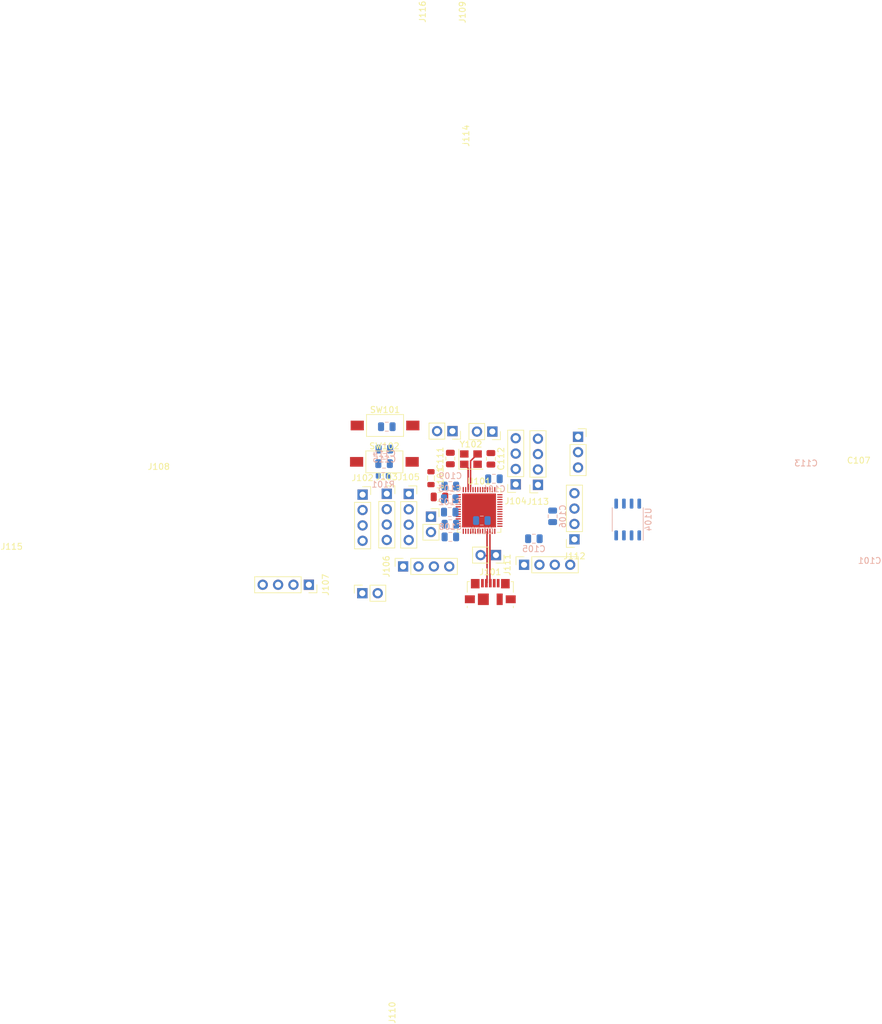
<source format=kicad_pcb>
(kicad_pcb (version 20221018) (generator pcbnew)
  (layers (0 "F.Cu" signal) (31 "B.Cu" signal) (34 "B.Paste" user) (35 "F.Paste" user) (36 "B.SilkS" user "B.Silkscreen") (37 "F.SilkS" user "F.Silkscreen") (38 "B.Mask" user) (39 "F.Mask" user) (44 "Edge.Cuts" user))
  (net 0 "")
  (net 1 "+3V3")
  (net 2 "GND")
  (net 3 "/VDD_SPI")
  (net 4 "VDD3P3")
  (net 5 "/X1")
  (net 6 "/X2")
  (net 7 "/GPIO_0")
  (net 8 "/CHIP_PU")
  (net 10 "Net-(J101-D-)")
  (net 11 "Net-(J101-D+)")
  (net 13 "Net-(J102-Pin_1)")
  (net 14 "Net-(J102-Pin_2)")
  (net 15 "Net-(J102-Pin_3)")
  (net 16 "Net-(J102-Pin_4)")
  (net 17 "Net-(J103-Pin_2)")
  (net 18 "Net-(J103-Pin_3)")
  (net 19 "Net-(J103-Pin_4)")
  (net 20 "Net-(J104-Pin_1)")
  (net 21 "Net-(J104-Pin_2)")
  (net 22 "Net-(J104-Pin_3)")
  (net 23 "Net-(J104-Pin_4)")
  (net 24 "Net-(J105-Pin_1)")
  (net 25 "Net-(J105-Pin_2)")
  (net 26 "Net-(J105-Pin_3)")
  (net 27 "Net-(J105-Pin_4)")
  (net 28 "Net-(J106-Pin_1)")
  (net 29 "Net-(J106-Pin_2)")
  (net 30 "Net-(J106-Pin_3)")
  (net 31 "Net-(J106-Pin_4)")
  (net 32 "Net-(J107-Pin_1)")
  (net 33 "Net-(J107-Pin_2)")
  (net 34 "Net-(J107-Pin_3)")
  (net 35 "Net-(J107-Pin_4)")
  (net 36 "Net-(J108-Pin_1)")
  (net 37 "Net-(J108-Pin_2)")
  (net 38 "Net-(J108-Pin_3)")
  (net 39 "Net-(J109-Pin_1)")
  (net 40 "Net-(J109-Pin_2)")
  (net 41 "Net-(J110-Pin_1)")
  (net 42 "Net-(J110-Pin_2)")
  (net 43 "Net-(J111-Pin_1)")
  (net 44 "/HOLD")
  (net 45 "/WP")
  (net 46 "/CS")
  (net 47 "/SCK")
  (net 48 "/SPIQ")
  (net 49 "/SPID")
  (net 50 "Net-(J112-Pin_4)")
  (net 51 "Net-(J113-Pin_1)")
  (net 52 "Net-(J113-Pin_2)")
  (net 53 "Net-(J113-Pin_3)")
  (net 54 "Net-(J113-Pin_4)")
  (net 55 "Net-(J115-Pin_1)")
  (net 56 "/3V3")
  (footprint "Connector_PinSocket_2.54mm:PinSocket_1x04_P2.54mm_Vertical" (layer "F.Cu") (at 140.7 106.9 180)
    (fp_text reference "J112" (at 0 -2.77) (layer "F.SilkS"))
    (fp_text value "Conn_01x04")
    (fp_line (start -1.33 1.27) (end -1.33 8.95) (stroke (width 0.12)) (layer "F.SilkS"))
    (fp_line (start -1.33 1.27) (end 1.33 1.27) (stroke (width 0.12)) (layer "F.SilkS"))
    (fp_line (start -1.33 8.95) (end 1.33 8.95) (stroke (width 0.12)) (layer "F.SilkS"))
    (fp_line (start 0 -1.33) (end 1.33 -1.33) (stroke (width 0.12)) (layer "F.SilkS"))
    (fp_line (start 1.33 -1.33) (end 1.33 0) (stroke (width 0.12)) (layer "F.SilkS"))
    (fp_line (start 1.33 1.27) (end 1.33 8.95) (stroke (width 0.12)) (layer "F.SilkS"))
    (pad "1" thru_hole rect (at 0 0 180) (size 1.7 1.7) (drill 1) (layers "*.Cu" "*.Mask") (net 47 "/SCK"))
    (pad "2" thru_hole oval (at 0 2.54 180) (size 1.7 1.7) (drill 1) (layers "*.Cu" "*.Mask") (net 48 "/SPIQ"))
    (pad "3" thru_hole oval (at 0 5.08 180) (size 1.7 1.7) (drill 1) (layers "*.Cu" "*.Mask") (net 49 "/SPID"))
    (pad "4" thru_hole oval (at 0 7.62 180) (size 1.7 1.7) (drill 1) (layers "*.Cu" "*.Mask") (net 50 "Net-(J112-Pin_4)"))
  )
  (footprint "Connector_PinSocket_2.54mm:PinSocket_1x04_P2.54mm_Vertical" (layer "F.Cu") (at 134.675 97.9 180)
    (fp_text reference "J113" (at 0 -2.77) (layer "F.SilkS"))
    (fp_text value "Conn_01x04")
    (fp_line (start -1.33 1.27) (end -1.33 8.95) (stroke (width 0.12)) (layer "F.SilkS"))
    (fp_line (start -1.33 1.27) (end 1.33 1.27) (stroke (width 0.12)) (layer "F.SilkS"))
    (fp_line (start -1.33 8.95) (end 1.33 8.95) (stroke (width 0.12)) (layer "F.SilkS"))
    (fp_line (start 0 -1.33) (end 1.33 -1.33) (stroke (width 0.12)) (layer "F.SilkS"))
    (fp_line (start 1.33 -1.33) (end 1.33 0) (stroke (width 0.12)) (layer "F.SilkS"))
    (fp_line (start 1.33 1.27) (end 1.33 8.95) (stroke (width 0.12)) (layer "F.SilkS"))
    (pad "1" thru_hole rect (at 0 0 180) (size 1.7 1.7) (drill 1) (layers "*.Cu" "*.Mask") (net 51 "Net-(J113-Pin_1)"))
    (pad "2" thru_hole oval (at 0 2.54 180) (size 1.7 1.7) (drill 1) (layers "*.Cu" "*.Mask") (net 52 "Net-(J113-Pin_2)"))
    (pad "3" thru_hole oval (at 0 5.08 180) (size 1.7 1.7) (drill 1) (layers "*.Cu" "*.Mask") (net 53 "Net-(J113-Pin_3)"))
    (pad "4" thru_hole oval (at 0 7.62 180) (size 1.7 1.7) (drill 1) (layers "*.Cu" "*.Mask") (net 54 "Net-(J113-Pin_4)"))
  )
  (footprint "Connector_PinSocket_2.54mm:PinSocket_1x04_P2.54mm_Vertical" (layer "F.Cu") (at 131 97.82 180)
    (fp_text reference "J104" (at 0 -2.77) (layer "F.SilkS"))
    (fp_text value "Conn_01x04")
    (fp_line (start -1.33 1.27) (end -1.33 8.95) (stroke (width 0.12)) (layer "F.SilkS"))
    (fp_line (start -1.33 1.27) (end 1.33 1.27) (stroke (width 0.12)) (layer "F.SilkS"))
    (fp_line (start -1.33 8.95) (end 1.33 8.95) (stroke (width 0.12)) (layer "F.SilkS"))
    (fp_line (start 0 -1.33) (end 1.33 -1.33) (stroke (width 0.12)) (layer "F.SilkS"))
    (fp_line (start 1.33 -1.33) (end 1.33 0) (stroke (width 0.12)) (layer "F.SilkS"))
    (fp_line (start 1.33 1.27) (end 1.33 8.95) (stroke (width 0.12)) (layer "F.SilkS"))
    (pad "1" thru_hole rect (at 0 0 180) (size 1.7 1.7) (drill 1) (layers "*.Cu" "*.Mask") (net 20 "Net-(J104-Pin_1)"))
    (pad "2" thru_hole oval (at 0 2.54 180) (size 1.7 1.7) (drill 1) (layers "*.Cu" "*.Mask") (net 21 "Net-(J104-Pin_2)"))
    (pad "3" thru_hole oval (at 0 5.08 180) (size 1.7 1.7) (drill 1) (layers "*.Cu" "*.Mask") (net 22 "Net-(J104-Pin_3)"))
    (pad "4" thru_hole oval (at 0 7.62 180) (size 1.7 1.7) (drill 1) (layers "*.Cu" "*.Mask") (net 23 "Net-(J104-Pin_4)"))
  )
  (footprint "Inductor_SMD:L_0805_2012Metric" (layer "F.Cu") (at 117 96.8 -90)
    (fp_text reference "L101" (at 0 -1.55 90) (layer "F.SilkS"))
    (fp_text value "L")
    (fp_line (start -0.399622 -0.56) (end 0.399622 -0.56) (stroke (width 0.12)) (layer "F.SilkS"))
    (fp_line (start -0.399622 0.56) (end 0.399622 0.56) (stroke (width 0.12)) (layer "F.SilkS"))
    (pad "1" smd roundrect (at -1.0625 0 270) (size 0.875 1.2) (layers "F.Cu" "F.Paste" "F.Mask") (net 1 "+3V3"))
    (pad "2" smd roundrect (at 1.0625 0 270) (size 0.875 1.2) (layers "F.Cu" "F.Paste" "F.Mask") (net 4 "VDD3P3"))
  )
  (footprint "Connector_PinSocket_2.54mm:PinSocket_1x02_P2.54mm_Vertical" (layer "F.Cu") (at 127.14 89.1 -90)
    (fp_text reference "J109" (at -69.27 4.94 90) (layer "F.SilkS"))
    (fp_text value "Conn_01x02")
    (fp_line (start -1.33 1.27) (end -1.33 3.87) (stroke (width 0.12)) (layer "F.SilkS"))
    (fp_line (start -1.33 1.27) (end 1.33 1.27) (stroke (width 0.12)) (layer "F.SilkS"))
    (fp_line (start -1.33 3.87) (end 1.33 3.87) (stroke (width 0.12)) (layer "F.SilkS"))
    (fp_line (start 0 -1.33) (end 1.33 -1.33) (stroke (width 0.12)) (layer "F.SilkS"))
    (fp_line (start 1.33 -1.33) (end 1.33 0) (stroke (width 0.12)) (layer "F.SilkS"))
    (fp_line (start 1.33 1.27) (end 1.33 3.87) (stroke (width 0.12)) (layer "F.SilkS"))
    (pad "1" thru_hole rect (at 0 0 270) (size 1.7 1.7) (drill 1) (layers "*.Cu" "*.Mask") (net 39 "Net-(J109-Pin_1)"))
    (pad "2" thru_hole oval (at 0 2.54 270) (size 1.7 1.7) (drill 1) (layers "*.Cu" "*.Mask") (net 40 "Net-(J109-Pin_2)"))
  )
  (footprint "Connector_USB:USB_Micro-B_Molex_47346-0001" (layer "F.Cu") (at 126.8 115.6)
    (fp_text reference "J101" (at 0 -3.3 180) (layer "F.SilkS"))
    (fp_text value "USB_B_Micro")
    (fp_line (start -3.81 -1.71) (end -3.43 -1.71) (stroke (width 0.12)) (layer "F.SilkS"))
    (fp_line (start -3.81 0.06) (end -3.81 -1.71) (stroke (width 0.12)) (layer "F.SilkS"))
    (fp_line (start -3.81 2.6) (end -3.81 2.34) (stroke (width 0.12)) (layer "F.SilkS"))
    (fp_line (start 3.81 -1.71) (end 3.43 -1.71) (stroke (width 0.12)) (layer "F.SilkS"))
    (fp_line (start 3.81 -1.71) (end 3.81 0.06) (stroke (width 0.12)) (layer "F.SilkS"))
    (fp_line (start 3.81 2.34) (end 3.81 2.6) (stroke (width 0.12)) (layer "F.SilkS"))
    (pad "1" smd rect (at -1.3 -1.46) (size 0.45 1.38) (layers "F.Cu" "F.Paste" "F.Mask"))
    (pad "2" smd rect (at -0.65 -1.46) (size 0.45 1.38) (layers "F.Cu" "F.Paste" "F.Mask") (net 10 "Net-(J101-D-)"))
    (pad "3" smd rect (at 0 -1.46) (size 0.45 1.38) (layers "F.Cu" "F.Paste" "F.Mask") (net 11 "Net-(J101-D+)"))
    (pad "4" smd rect (at 0.65 -1.46) (size 0.45 1.38) (layers "F.Cu" "F.Paste" "F.Mask"))
    (pad "5" smd rect (at 1.3 -1.46) (size 0.45 1.38) (layers "F.Cu" "F.Paste" "F.Mask") (net 2 "GND"))
    (pad "6" smd rect (at -3.375 1.2) (size 1.65 1.3) (layers "F.Cu" "F.Paste" "F.Mask") (net 2 "GND"))
    (pad "6" smd rect (at -2.4875 -1.375) (size 1.425 1.55) (layers "F.Cu" "F.Paste" "F.Mask") (net 2 "GND"))
    (pad "6" smd rect (at -1.15 1.2) (size 1.8 1.9) (layers "F.Cu" "F.Paste" "F.Mask") (net 2 "GND"))
    (pad "6" smd rect (at 1.55 1.2) (size 1 1.9) (layers "F.Cu" "F.Paste" "F.Mask") (net 2 "GND"))
    (pad "6" smd rect (at 2.4875 -1.375) (size 1.425 1.55) (layers "F.Cu" "F.Paste" "F.Mask") (net 2 "GND"))
    (pad "6" smd rect (at 3.375 1.2) (size 1.65 1.3) (layers "F.Cu" "F.Paste" "F.Mask") (net 2 "GND"))
  )
  (footprint "Connector_PinSocket_2.54mm:PinSocket_1x04_P2.54mm_Vertical" (layer "F.Cu") (at 109.7 99.38)
    (fp_text reference "J103" (at 0 -2.77) (layer "F.SilkS"))
    (fp_text value "Conn_01x04")
    (fp_line (start -1.33 1.27) (end -1.33 8.95) (stroke (width 0.12)) (layer "F.SilkS"))
    (fp_line (start -1.33 1.27) (end 1.33 1.27) (stroke (width 0.12)) (layer "F.SilkS"))
    (fp_line (start -1.33 8.95) (end 1.33 8.95) (stroke (width 0.12)) (layer "F.SilkS"))
    (fp_line (start 0 -1.33) (end 1.33 -1.33) (stroke (width 0.12)) (layer "F.SilkS"))
    (fp_line (start 1.33 -1.33) (end 1.33 0) (stroke (width 0.12)) (layer "F.SilkS"))
    (fp_line (start 1.33 1.27) (end 1.33 8.95) (stroke (width 0.12)) (layer "F.SilkS"))
    (pad "1" thru_hole rect (at 0 0) (size 1.7 1.7) (drill 1) (layers "*.Cu" "*.Mask") (net 7 "/GPIO_0"))
    (pad "2" thru_hole oval (at 0 2.54) (size 1.7 1.7) (drill 1) (layers "*.Cu" "*.Mask") (net 17 "Net-(J103-Pin_2)"))
    (pad "3" thru_hole oval (at 0 5.08) (size 1.7 1.7) (drill 1) (layers "*.Cu" "*.Mask") (net 18 "Net-(J103-Pin_3)"))
    (pad "4" thru_hole oval (at 0 7.62) (size 1.7 1.7) (drill 1) (layers "*.Cu" "*.Mask") (net 19 "Net-(J103-Pin_4)"))
  )
  (footprint "Button_Switch_SMD:SW_SPST_FSMSM" (layer "F.Cu") (at 109.41 88.1)
    (fp_text reference "SW101" (at 0 -2.6) (layer "F.SilkS"))
    (fp_text value "SW_Push")
    (fp_line (start -3.06 -1.81) (end 3.06 -1.81) (stroke (width 0.12)) (layer "F.SilkS"))
    (fp_line (start -3.06 1.81) (end -3.06 -1.81) (stroke (width 0.12)) (layer "F.SilkS"))
    (fp_line (start 3.06 -1.81) (end 3.06 1.81) (stroke (width 0.12)) (layer "F.SilkS"))
    (fp_line (start 3.06 1.81) (end -3.06 1.81) (stroke (width 0.12)) (layer "F.SilkS"))
    (pad "1" smd rect (at -4.59 0) (size 2.18 1.6) (layers "F.Cu" "F.Paste" "F.Mask") (net 2 "GND"))
    (pad "2" smd rect (at 4.59 0) (size 2.18 1.6) (layers "F.Cu" "F.Paste" "F.Mask") (net 7 "/GPIO_0"))
  )
  (footprint "Connector_PinSocket_2.54mm:PinSocket_1x03_P2.54mm_Vertical" (layer "F.Cu") (at 141.3 89.96)
    (fp_text reference "J108" (at -69.27 4.94) (layer "F.SilkS"))
    (fp_text value "Conn_01x03")
    (fp_line (start -1.33 1.27) (end -1.33 6.41) (stroke (width 0.12)) (layer "F.SilkS"))
    (fp_line (start -1.33 1.27) (end 1.33 1.27) (stroke (width 0.12)) (layer "F.SilkS"))
    (fp_line (start -1.33 6.41) (end 1.33 6.41) (stroke (width 0.12)) (layer "F.SilkS"))
    (fp_line (start 0 -1.33) (end 1.33 -1.33) (stroke (width 0.12)) (layer "F.SilkS"))
    (fp_line (start 1.33 -1.33) (end 1.33 0) (stroke (width 0.12)) (layer "F.SilkS"))
    (fp_line (start 1.33 1.27) (end 1.33 6.41) (stroke (width 0.12)) (layer "F.SilkS"))
    (pad "1" thru_hole rect (at 0 0) (size 1.7 1.7) (drill 1) (layers "*.Cu" "*.Mask") (net 36 "Net-(J108-Pin_1)"))
    (pad "2" thru_hole oval (at 0 2.54) (size 1.7 1.7) (drill 1) (layers "*.Cu" "*.Mask") (net 37 "Net-(J108-Pin_2)"))
    (pad "3" thru_hole oval (at 0 5.08) (size 1.7 1.7) (drill 1) (layers "*.Cu" "*.Mask") (net 38 "Net-(J108-Pin_3)"))
  )
  (footprint "Capacitor_SMD:C_0805_2012Metric" (layer "F.Cu") (at 118.4 99.9 180)
    (fp_text reference "C107" (at -69.27 6.03) (layer "F.SilkS"))
    (fp_text value "0.1uF")
    (fp_line (start -0.261252 -0.735) (end 0.261252 -0.735) (stroke (width 0.12)) (layer "F.SilkS"))
    (fp_line (start -0.261252 0.735) (end 0.261252 0.735) (stroke (width 0.12)) (layer "F.SilkS"))
    (pad "1" smd roundrect (at -0.95 0 180) (size 1 1.45) (layers "F.Cu" "F.Paste" "F.Mask") (net 4 "VDD3P3"))
    (pad "2" smd roundrect (at 0.95 0 180) (size 1 1.45) (layers "F.Cu" "F.Paste" "F.Mask") (net 2 "GND"))
  )
  (footprint "Connector_PinSocket_2.54mm:PinSocket_1x04_P2.54mm_Vertical" (layer "F.Cu") (at 113.325 99.4)
    (fp_text reference "J105" (at 0 -2.77) (layer "F.SilkS"))
    (fp_text value "Conn_01x04")
    (fp_line (start -1.33 1.27) (end -1.33 8.95) (stroke (width 0.12)) (layer "F.SilkS"))
    (fp_line (start -1.33 1.27) (end 1.33 1.27) (stroke (width 0.12)) (layer "F.SilkS"))
    (fp_line (start -1.33 8.95) (end 1.33 8.95) (stroke (width 0.12)) (layer "F.SilkS"))
    (fp_line (start 0 -1.33) (end 1.33 -1.33) (stroke (width 0.12)) (layer "F.SilkS"))
    (fp_line (start 1.33 -1.33) (end 1.33 0) (stroke (width 0.12)) (layer "F.SilkS"))
    (fp_line (start 1.33 1.27) (end 1.33 8.95) (stroke (width 0.12)) (layer "F.SilkS"))
    (pad "1" thru_hole rect (at 0 0) (size 1.7 1.7) (drill 1) (layers "*.Cu" "*.Mask") (net 24 "Net-(J105-Pin_1)"))
    (pad "2" thru_hole oval (at 0 2.54) (size 1.7 1.7) (drill 1) (layers "*.Cu" "*.Mask") (net 25 "Net-(J105-Pin_2)"))
    (pad "3" thru_hole oval (at 0 5.08) (size 1.7 1.7) (drill 1) (layers "*.Cu" "*.Mask") (net 26 "Net-(J105-Pin_3)"))
    (pad "4" thru_hole oval (at 0 7.62) (size 1.7 1.7) (drill 1) (layers "*.Cu" "*.Mask") (net 27 "Net-(J105-Pin_4)"))
  )
  (footprint "Button_Switch_SMD:SW_SPST_FSMSM" (layer "F.Cu") (at 109.3 94.1)
    (fp_text reference "SW102" (at 0 -2.6) (layer "F.SilkS"))
    (fp_text value "SW_Push")
    (fp_line (start -3.06 -1.81) (end 3.06 -1.81) (stroke (width 0.12)) (layer "F.SilkS"))
    (fp_line (start -3.06 1.81) (end -3.06 -1.81) (stroke (width 0.12)) (layer "F.SilkS"))
    (fp_line (start 3.06 -1.81) (end 3.06 1.81) (stroke (width 0.12)) (layer "F.SilkS"))
    (fp_line (start 3.06 1.81) (end -3.06 1.81) (stroke (width 0.12)) (layer "F.SilkS"))
    (pad "1" smd rect (at -4.59 0) (size 2.18 1.6) (layers "F.Cu" "F.Paste" "F.Mask") (net 2 "GND"))
    (pad "2" smd rect (at 4.59 0) (size 2.18 1.6) (layers "F.Cu" "F.Paste" "F.Mask") (net 8 "/CHIP_PU"))
  )
  (footprint "Connector_PinSocket_2.54mm:PinSocket_1x02_P2.54mm_Vertical" (layer "F.Cu") (at 120.55 89.025 -90)
    (fp_text reference "J116" (at -69.27 4.94 90) (layer "F.SilkS"))
    (fp_text value "Conn_01x02")
    (fp_line (start -1.33 1.27) (end -1.33 3.87) (stroke (width 0.12)) (layer "F.SilkS"))
    (fp_line (start -1.33 1.27) (end 1.33 1.27) (stroke (width 0.12)) (layer "F.SilkS"))
    (fp_line (start -1.33 3.87) (end 1.33 3.87) (stroke (width 0.12)) (layer "F.SilkS"))
    (fp_line (start 0 -1.33) (end 1.33 -1.33) (stroke (width 0.12)) (layer "F.SilkS"))
    (fp_line (start 1.33 -1.33) (end 1.33 0) (stroke (width 0.12)) (layer "F.SilkS"))
    (fp_line (start 1.33 1.27) (end 1.33 3.87) (stroke (width 0.12)) (layer "F.SilkS"))
    (pad "1" thru_hole rect (at 0 0 270) (size 1.7 1.7) (drill 1) (layers "*.Cu" "*.Mask") (net 2 "GND"))
    (pad "2" thru_hole oval (at 0 2.54 270) (size 1.7 1.7) (drill 1) (layers "*.Cu" "*.Mask") (net 1 "+3V3"))
  )
  (footprint "Connector_PinSocket_2.54mm:PinSocket_1x02_P2.54mm_Vertical" (layer "F.Cu") (at 117 103.16)
    (fp_text reference "J115" (at -69.27 4.94) (layer "F.SilkS"))
    (fp_text value "Conn_01x02")
    (fp_line (start -1.33 1.27) (end -1.33 3.87) (stroke (width 0.12)) (layer "F.SilkS"))
    (fp_line (start -1.33 1.27) (end 1.33 1.27) (stroke (width 0.12)) (layer "F.SilkS"))
    (fp_line (start -1.33 3.87) (end 1.33 3.87) (stroke (width 0.12)) (layer "F.SilkS"))
    (fp_line (start 0 -1.33) (end 1.33 -1.33) (stroke (width 0.12)) (layer "F.SilkS"))
    (fp_line (start 1.33 -1.33) (end 1.33 0) (stroke (width 0.12)) (layer "F.SilkS"))
    (fp_line (start 1.33 1.27) (end 1.33 3.87) (stroke (width 0.12)) (layer "F.SilkS"))
    (pad "1" thru_hole rect (at 0 0) (size 1.7 1.7) (drill 1) (layers "*.Cu" "*.Mask") (net 55 "Net-(J115-Pin_1)"))
    (pad "2" thru_hole oval (at 0 2.54) (size 1.7 1.7) (drill 1) (layers "*.Cu" "*.Mask") (net 2 "GND"))
  )
  (footprint "Connector_PinSocket_2.54mm:PinSocket_1x04_P2.54mm_Vertical" (layer "F.Cu") (at 132.38 111.1 90)
    (fp_text reference "J111" (at 0 -2.77 90) (layer "F.SilkS"))
    (fp_text value "Conn_01x04")
    (fp_line (start -1.33 1.27) (end -1.33 8.95) (stroke (width 0.12)) (layer "F.SilkS"))
    (fp_line (start -1.33 1.27) (end 1.33 1.27) (stroke (width 0.12)) (layer "F.SilkS"))
    (fp_line (start -1.33 8.95) (end 1.33 8.95) (stroke (width 0.12)) (layer "F.SilkS"))
    (fp_line (start 0 -1.33) (end 1.33 -1.33) (stroke (width 0.12)) (layer "F.SilkS"))
    (fp_line (start 1.33 -1.33) (end 1.33 0) (stroke (width 0.12)) (layer "F.SilkS"))
    (fp_line (start 1.33 1.27) (end 1.33 8.95) (stroke (width 0.12)) (layer "F.SilkS"))
    (pad "1" thru_hole rect (at 0 0 90) (size 1.7 1.7) (drill 1) (layers "*.Cu" "*.Mask") (net 43 "Net-(J111-Pin_1)"))
    (pad "2" thru_hole oval (at 0 2.54 90) (size 1.7 1.7) (drill 1) (layers "*.Cu" "*.Mask") (net 44 "/HOLD"))
    (pad "3" thru_hole oval (at 0 5.08 90) (size 1.7 1.7) (drill 1) (layers "*.Cu" "*.Mask") (net 45 "/WP"))
    (pad "4" thru_hole oval (at 0 7.62 90) (size 1.7 1.7) (drill 1) (layers "*.Cu" "*.Mask") (net 46 "/CS"))
  )
  (footprint "Connector_PinSocket_2.54mm:PinSocket_1x02_P2.54mm_Vertical" (layer "F.Cu") (at 127.74 109.5 -90)
    (fp_text reference "J114" (at -69.27 4.94 90) (layer "F.SilkS"))
    (fp_text value "Conn_01x02")
    (fp_line (start -1.33 1.27) (end -1.33 3.87) (stroke (width 0.12)) (layer "F.SilkS"))
    (fp_line (start -1.33 1.27) (end 1.33 1.27) (stroke (width 0.12)) (layer "F.SilkS"))
    (fp_line (start -1.33 3.87) (end 1.33 3.87) (stroke (width 0.12)) (layer "F.SilkS"))
    (fp_line (start 0 -1.33) (end 1.33 -1.33) (stroke (width 0.12)) (layer "F.SilkS"))
    (fp_line (start 1.33 -1.33) (end 1.33 0) (stroke (width 0.12)) (layer "F.SilkS"))
    (fp_line (start 1.33 1.27) (end 1.33 3.87) (stroke (width 0.12)) (layer "F.SilkS"))
    (pad "1" thru_hole rect (at 0 0 270) (size 1.7 1.7) (drill 1) (layers "*.Cu" "*.Mask") (net 11 "Net-(J101-D+)"))
    (pad "2" thru_hole oval (at 0 2.54 270) (size 1.7 1.7) (drill 1) (layers "*.Cu" "*.Mask") (net 10 "Net-(J101-D-)"))
  )
  (footprint "Connector_PinSocket_2.54mm:PinSocket_1x04_P2.54mm_Vertical" (layer "F.Cu") (at 96.82 114.4 -90)
    (fp_text reference "J107" (at 0 -2.77 90) (layer "F.SilkS"))
    (fp_text value "Conn_01x04")
    (fp_line (start -1.33 1.27) (end -1.33 8.95) (stroke (width 0.12)) (layer "F.SilkS"))
    (fp_line (start -1.33 1.27) (end 1.33 1.27) (stroke (width 0.12)) (layer "F.SilkS"))
    (fp_line (start -1.33 8.95) (end 1.33 8.95) (stroke (width 0.12)) (layer "F.SilkS"))
    (fp_line (start 0 -1.33) (end 1.33 -1.33) (stroke (width 0.12)) (layer "F.SilkS"))
    (fp_line (start 1.33 -1.33) (end 1.33 0) (stroke (width 0.12)) (layer "F.SilkS"))
    (fp_line (start 1.33 1.27) (end 1.33 8.95) (stroke (width 0.12)) (layer "F.SilkS"))
    (pad "1" thru_hole rect (at 0 0 270) (size 1.7 1.7) (drill 1) (layers "*.Cu" "*.Mask") (net 32 "Net-(J107-Pin_1)"))
    (pad "2" thru_hole oval (at 0 2.54 270) (size 1.7 1.7) (drill 1) (layers "*.Cu" "*.Mask") (net 33 "Net-(J107-Pin_2)"))
    (pad "3" thru_hole oval (at 0 5.08 270) (size 1.7 1.7) (drill 1) (layers "*.Cu" "*.Mask") (net 34 "Net-(J107-Pin_3)"))
    (pad "4" thru_hole oval (at 0 7.62 270) (size 1.7 1.7) (drill 1) (layers "*.Cu" "*.Mask") (net 35 "Net-(J107-Pin_4)"))
  )
  (footprint "Connector_PinSocket_2.54mm:PinSocket_1x02_P2.54mm_Vertical" (layer "F.Cu") (at 105.66 115.8 90)
    (fp_text reference "J110" (at -69.27 4.94 90) (layer "F.SilkS"))
    (fp_text value "Conn_01x02")
    (fp_line (start -1.33 1.27) (end -1.33 3.87) (stroke (width 0.12)) (layer "F.SilkS"))
    (fp_line (start -1.33 1.27) (end 1.33 1.27) (stroke (width 0.12)) (layer "F.SilkS"))
    (fp_line (start -1.33 3.87) (end 1.33 3.87) (stroke (width 0.12)) (layer "F.SilkS"))
    (fp_line (start 0 -1.33) (end 1.33 -1.33) (stroke (width 0.12)) (layer "F.SilkS"))
    (fp_line (start 1.33 -1.33) (end 1.33 0) (stroke (width 0.12)) (layer "F.SilkS"))
    (fp_line (start 1.33 1.27) (end 1.33 3.87) (stroke (width 0.12)) (layer "F.SilkS"))
    (pad "1" thru_hole rect (at 0 0 90) (size 1.7 1.7) (drill 1) (layers "*.Cu" "*.Mask") (net 41 "Net-(J110-Pin_1)"))
    (pad "2" thru_hole oval (at 0 2.54 90) (size 1.7 1.7) (drill 1) (layers "*.Cu" "*.Mask") (net 42 "Net-(J110-Pin_2)"))
  )
  (footprint "Crystal:Crystal_SMD_Abracon_ABM8G-4Pin_3.2x2.5mm" (layer "F.Cu") (at 123.6 93.65)
    (fp_text reference "Y102" (at 0 -2.45) (layer "F.SilkS"))
    (fp_text value "Crystal_GND24")
    (fp_line (start -2 -1.65) (end -2 1.65) (stroke (width 0.12)) (layer "F.SilkS"))
    (fp_line (start -2 1.65) (end 2 1.65) (stroke (width 0.12)) (layer "F.SilkS"))
    (pad "1" smd rect (at -1.1 0.85) (size 1.4 1.2) (layers "F.Cu" "F.Paste" "F.Mask") (net 5 "/X1"))
    (pad "2" smd rect (at 1.1 0.85) (size 1.4 1.2) (layers "F.Cu" "F.Paste" "F.Mask") (net 2 "GND"))
    (pad "3" smd rect (at 1.1 -0.85) (size 1.4 1.2) (layers "F.Cu" "F.Paste" "F.Mask") (net 6 "/X2"))
    (pad "4" smd rect (at -1.1 -0.85) (size 1.4 1.2) (layers "F.Cu" "F.Paste" "F.Mask") (net 2 "GND"))
  )
  (footprint "Connector_PinSocket_2.54mm:PinSocket_1x04_P2.54mm_Vertical" (layer "F.Cu") (at 105.7 99.52)
    (fp_text reference "J102" (at 0 -2.77) (layer "F.SilkS"))
    (fp_text value "Conn_01x04")
    (fp_line (start -1.33 1.27) (end -1.33 8.95) (stroke (width 0.12)) (layer "F.SilkS"))
    (fp_line (start -1.33 1.27) (end 1.33 1.27) (stroke (width 0.12)) (layer "F.SilkS"))
    (fp_line (start -1.33 8.95) (end 1.33 8.95) (stroke (width 0.12)) (layer "F.SilkS"))
    (fp_line (start 0 -1.33) (end 1.33 -1.33) (stroke (width 0.12)) (layer "F.SilkS"))
    (fp_line (start 1.33 -1.33) (end 1.33 0) (stroke (width 0.12)) (layer "F.SilkS"))
    (fp_line (start 1.33 1.27) (end 1.33 8.95) (stroke (width 0.12)) (layer "F.SilkS"))
    (pad "1" thru_hole rect (at 0 0) (size 1.7 1.7) (drill 1) (layers "*.Cu" "*.Mask") (net 13 "Net-(J102-Pin_1)"))
    (pad "2" thru_hole oval (at 0 2.54) (size 1.7 1.7) (drill 1) (layers "*.Cu" "*.Mask") (net 14 "Net-(J102-Pin_2)"))
    (pad "3" thru_hole oval (at 0 5.08) (size 1.7 1.7) (drill 1) (layers "*.Cu" "*.Mask") (net 15 "Net-(J102-Pin_3)"))
    (pad "4" thru_hole oval (at 0 7.62) (size 1.7 1.7) (drill 1) (layers "*.Cu" "*.Mask") (net 16 "Net-(J102-Pin_4)"))
  )
  (footprint "Capacitor_SMD:C_0805_2012Metric" (layer "F.Cu") (at 126.9 93.6 -90)
    (fp_text reference "C112" (at 0 -1.68 90) (layer "F.SilkS"))
    (fp_text value "TBD")
    (fp_line (start -0.261252 -0.735) (end 0.261252 -0.735) (stroke (width 0.12)) (layer "F.SilkS"))
    (fp_line (start -0.261252 0.735) (end 0.261252 0.735) (stroke (width 0.12)) (layer "F.SilkS"))
    (pad "1" smd roundrect (at -0.95 0 270) (size 1 1.45) (layers "F.Cu" "F.Paste" "F.Mask") (net 6 "/X2"))
    (pad "2" smd roundrect (at 0.95 0 270) (size 1 1.45) (layers "F.Cu" "F.Paste" "F.Mask") (net 2 "GND"))
  )
  (footprint "Capacitor_SMD:C_0805_2012Metric" (layer "F.Cu") (at 120.2 93.55 90)
    (fp_text reference "C111" (at 0 -1.68 90) (layer "F.SilkS"))
    (fp_text value "TBD")
    (fp_line (start -0.261252 -0.735) (end 0.261252 -0.735) (stroke (width 0.12)) (layer "F.SilkS"))
    (fp_line (start -0.261252 0.735) (end 0.261252 0.735) (stroke (width 0.12)) (layer "F.SilkS"))
    (pad "1" smd roundrect (at -0.95 0 90) (size 1 1.45) (layers "F.Cu" "F.Paste" "F.Mask") (net 5 "/X1"))
    (pad "2" smd roundrect (at 0.95 0 90) (size 1 1.45) (layers "F.Cu" "F.Paste" "F.Mask") (net 2 "GND"))
  )
  (footprint "Connector_PinSocket_2.54mm:PinSocket_1x04_P2.54mm_Vertical" (layer "F.Cu") (at 112.4 111.375 90)
    (fp_text reference "J106" (at 0 -2.77 90) (layer "F.SilkS"))
    (fp_text value "Conn_01x04")
    (fp_line (start -1.33 1.27) (end -1.33 8.95) (stroke (width 0.12)) (layer "F.SilkS"))
    (fp_line (start -1.33 1.27) (end 1.33 1.27) (stroke (width 0.12)) (layer "F.SilkS"))
    (fp_line (start -1.33 8.95) (end 1.33 8.95) (stroke (width 0.12)) (layer "F.SilkS"))
    (fp_line (start 0 -1.33) (end 1.33 -1.33) (stroke (width 0.12)) (layer "F.SilkS"))
    (fp_line (start 1.33 -1.33) (end 1.33 0) (stroke (width 0.12)) (layer "F.SilkS"))
    (fp_line (start 1.33 1.27) (end 1.33 8.95) (stroke (width 0.12)) (layer "F.SilkS"))
    (pad "1" thru_hole rect (at 0 0 90) (size 1.7 1.7) (drill 1) (layers "*.Cu" "*.Mask") (net 28 "Net-(J106-Pin_1)"))
    (pad "2" thru_hole oval (at 0 2.54 90) (size 1.7 1.7) (drill 1) (layers "*.Cu" "*.Mask") (net 29 "Net-(J106-Pin_2)"))
    (pad "3" thru_hole oval (at 0 5.08 90) (size 1.7 1.7) (drill 1) (layers "*.Cu" "*.Mask") (net 30 "Net-(J106-Pin_3)"))
    (pad "4" thru_hole oval (at 0 7.62 90) (size 1.7 1.7) (drill 1) (layers "*.Cu" "*.Mask") (net 31 "Net-(J106-Pin_4)"))
  )
  (footprint "Package_DFN_QFN:QFN-56-1EP_7x7mm_P0.4mm_EP5.6x5.6mm" (layer "F.Cu") (at 124.94 102.13)
    (fp_text reference "U101" (at 0 -4.82) (layer "F.SilkS"))
    (fp_text value "ESP32-S3")
    (fp_line (start -3.61 3.61) (end -3.61 2.96) (stroke (width 0.12)) (layer "F.SilkS"))
    (fp_line (start -2.96 -3.61) (end -3.61 -3.61) (stroke (width 0.12)) (layer "F.SilkS"))
    (fp_line (start -2.96 3.61) (end -3.61 3.61) (stroke (width 0.12)) (layer "F.SilkS"))
    (fp_line (start 2.96 -3.61) (end 3.61 -3.61) (stroke (width 0.12)) (layer "F.SilkS"))
    (fp_line (start 2.96 3.61) (end 3.61 3.61) (stroke (width 0.12)) (layer "F.SilkS"))
    (fp_line (start 3.61 -3.61) (end 3.61 -2.96) (stroke (width 0.12)) (layer "F.SilkS"))
    (fp_line (start 3.61 3.61) (end 3.61 2.96) (stroke (width 0.12)) (layer "F.SilkS"))
    (pad "1" smd roundrect (at -3.4375 -2.6) (size 0.875 0.2) (layers "F.Cu" "F.Paste" "F.Mask") (net 55 "Net-(J115-Pin_1)"))
    (pad "2" smd roundrect (at -3.4375 -2.2) (size 0.875 0.2) (layers "F.Cu" "F.Paste" "F.Mask") (net 4 "VDD3P3"))
    (pad "3" smd roundrect (at -3.4375 -1.8) (size 0.875 0.2) (layers "F.Cu" "F.Paste" "F.Mask") (net 4 "VDD3P3"))
    (pad "4" smd roundrect (at -3.4375 -1.4) (size 0.875 0.2) (layers "F.Cu" "F.Paste" "F.Mask") (net 8 "/CHIP_PU"))
    (pad "5" smd roundrect (at -3.4375 -1) (size 0.875 0.2) (layers "F.Cu" "F.Paste" "F.Mask") (net 7 "/GPIO_0"))
    (pad "6" smd roundrect (at -3.4375 -0.6) (size 0.875 0.2) (layers "F.Cu" "F.Paste" "F.Mask") (net 17 "Net-(J103-Pin_2)"))
    (pad "7" smd roundrect (at -3.4375 -0.2) (size 0.875 0.2) (layers "F.Cu" "F.Paste" "F.Mask") (net 18 "Net-(J103-Pin_3)"))
    (pad "8" smd roundrect (at -3.4375 0.2) (size 0.875 0.2) (layers "F.Cu" "F.Paste" "F.Mask") (net 19 "Net-(J103-Pin_4)"))
    (pad "9" smd roundrect (at -3.4375 0.6) (size 0.875 0.2) (layers "F.Cu" "F.Paste" "F.Mask") (net 13 "Net-(J102-Pin_1)"))
    (pad "10" smd roundrect (at -3.4375 1) (size 0.875 0.2) (layers "F.Cu" "F.Paste" "F.Mask") (net 14 "Net-(J102-Pin_2)"))
    (pad "11" smd roundrect (at -3.4375 1.4) (size 0.875 0.2) (layers "F.Cu" "F.Paste" "F.Mask") (net 15 "Net-(J102-Pin_3)"))
    (pad "12" smd roundrect (at -3.4375 1.8) (size 0.875 0.2) (layers "F.Cu" "F.Paste" "F.Mask") (net 16 "Net-(J102-Pin_4)"))
    (pad "13" smd roundrect (at -3.4375 2.2) (size 0.875 0.2) (layers "F.Cu" "F.Paste" "F.Mask") (net 24 "Net-(J105-Pin_1)"))
    (pad "14" smd roundrect (at -3.4375 2.6) (size 0.875 0.2) (layers "F.Cu" "F.Paste" "F.Mask") (net 25 "Net-(J105-Pin_2)"))
    (pad "15" smd roundrect (at -2.6 3.4375) (size 0.2 0.875) (layers "F.Cu" "F.Paste" "F.Mask") (net 26 "Net-(J105-Pin_3)"))
    (pad "16" smd roundrect (at -2.2 3.4375) (size 0.2 0.875) (layers "F.Cu" "F.Paste" "F.Mask") (net 27 "Net-(J105-Pin_4)"))
    (pad "17" smd roundrect (at -1.8 3.4375) (size 0.2 0.875) (layers "F.Cu" "F.Paste" "F.Mask") (net 28 "Net-(J106-Pin_1)"))
    (pad "18" smd roundrect (at -1.4 3.4375) (size 0.2 0.875) (layers "F.Cu" "F.Paste" "F.Mask") (net 29 "Net-(J106-Pin_2)"))
    (pad "19" smd roundrect (at -1 3.4375) (size 0.2 0.875) (layers "F.Cu" "F.Paste" "F.Mask") (net 30 "Net-(J106-Pin_3)"))
    (pad "20" smd roundrect (at -0.6 3.4375) (size 0.2 0.875) (layers "F.Cu" "F.Paste" "F.Mask") (net 1 "+3V3"))
    (pad "21" smd roundrect (at -0.2 3.4375) (size 0.2 0.875) (layers "F.Cu" "F.Paste" "F.Mask") (net 41 "Net-(J110-Pin_1)"))
    (pad "22" smd roundrect (at 0.2 3.4375) (size 0.2 0.875) (layers "F.Cu" "F.Paste" "F.Mask") (net 42 "Net-(J110-Pin_2)"))
    (pad "23" smd roundrect (at 0.6 3.4375) (size 0.2 0.875) (layers "F.Cu" "F.Paste" "F.Mask") (net 31 "Net-(J106-Pin_4)"))
    (pad "24" smd roundrect (at 1 3.4375) (size 0.2 0.875) (layers "F.Cu" "F.Paste" "F.Mask") (net 32 "Net-(J107-Pin_1)"))
    (pad "25" smd roundrect (at 1.4 3.4375) (size 0.2 0.875) (layers "F.Cu" "F.Paste" "F.Mask") (net 10 "Net-(J101-D-)"))
    (pad "26" smd roundrect (at 1.8 3.4375) (size 0.2 0.875) (layers "F.Cu" "F.Paste" "F.Mask") (net 11 "Net-(J101-D+)"))
    (pad "27" smd roundrect (at 2.2 3.4375) (size 0.2 0.875) (layers "F.Cu" "F.Paste" "F.Mask") (net 33 "Net-(J107-Pin_2)"))
    (pad "28" smd roundrect (at 2.6 3.4375) (size 0.2 0.875) (layers "F.Cu" "F.Paste" "F.Mask") (net 43 "Net-(J111-Pin_1)"))
    (pad "29" smd roundrect (at 3.4375 2.6) (size 0.875 0.2) (layers "F.Cu" "F.Paste" "F.Mask") (net 3 "/VDD_SPI"))
    (pad "30" smd roundrect (at 3.4375 2.2) (size 0.875 0.2) (layers "F.Cu" "F.Paste" "F.Mask") (net 44 "/HOLD"))
    (pad "31" smd roundrect (at 3.4375 1.8) (size 0.875 0.2) (layers "F.Cu" "F.Paste" "F.Mask") (net 45 "/WP"))
    (pad "32" smd roundrect (at 3.4375 1.4) (size 0.875 0.2) (layers "F.Cu" "F.Paste" "F.Mask") (net 46 "/CS"))
    (pad "33" smd roundrect (at 3.4375 1) (size 0.875 0.2) (layers "F.Cu" "F.Paste" "F.Mask") (net 47 "/SCK"))
    (pad "34" smd roundrect (at 3.4375 0.6) (size 0.875 0.2) (layers "F.Cu" "F.Paste" "F.Mask") (net 48 "/SPIQ"))
    (pad "35" smd roundrect (at 3.4375 0.2) (size 0.875 0.2) (layers "F.Cu" "F.Paste" "F.Mask") (net 49 "/SPID"))
    (pad "36" smd roundrect (at 3.4375 -0.2) (size 0.875 0.2) (layers "F.Cu" "F.Paste" "F.Mask") (net 38 "Net-(J108-Pin_3)"))
    (pad "37" smd roundrect (at 3.4375 -0.6) (size 0.875 0.2) (layers "F.Cu" "F.Paste" "F.Mask") (net 37 "Net-(J108-Pin_2)"))
    (pad "38" smd roundrect (at 3.4375 -1) (size 0.875 0.2) (layers "F.Cu" "F.Paste" "F.Mask") (net 50 "Net-(J112-Pin_4)"))
    (pad "39" smd roundrect (at 3.4375 -1.4) (size 0.875 0.2) (layers "F.Cu" "F.Paste" "F.Mask") (net 51 "Net-(J113-Pin_1)"))
    (pad "40" smd roundrect (at 3.4375 -1.8) (size 0.875 0.2) (layers "F.Cu" "F.Paste" "F.Mask") (net 52 "Net-(J113-Pin_2)"))
    (pad "41" smd roundrect (at 3.4375 -2.2) (size 0.875 0.2) (layers "F.Cu" "F.Paste" "F.Mask") (net 53 "Net-(J113-Pin_3)"))
    (pad "42" smd roundrect (at 3.4375 -2.6) (size 0.875 0.2) (layers "F.Cu" "F.Paste" "F.Mask") (net 54 "Net-(J113-Pin_4)"))
    (pad "43" smd roundrect (at 2.6 -3.4375) (size 0.2 0.875) (layers "F.Cu" "F.Paste" "F.Mask") (net 34 "Net-(J107-Pin_3)"))
    (pad "44" smd roundrect (at 2.2 -3.4375) (size 0.2 0.875) (layers "F.Cu" "F.Paste" "F.Mask") (net 20 "Net-(J104-Pin_1)"))
    (pad "45" smd roundrect (at 1.8 -3.4375) (size 0.2 0.875) (layers "F.Cu" "F.Paste" "F.Mask") (net 21 "Net-(J104-Pin_2)"))
    (pad "46" smd roundrect (at 1.4 -3.4375) (size 0.2 0.875) (layers "F.Cu" "F.Paste" "F.Mask") (net 1 "+3V3"))
    (pad "47" smd roundrect (at 1 -3.4375) (size 0.2 0.875) (layers "F.Cu" "F.Paste" "F.Mask") (net 22 "Net-(J104-Pin_3)"))
    (pad "48" smd roundrect (at 0.6 -3.4375) (size 0.2 0.875) (layers "F.Cu" "F.Paste" "F.Mask") (net 23 "Net-(J104-Pin_4)"))
    (pad "49" smd roundrect (at 0.2 -3.4375) (size 0.2 0.875) (layers "F.Cu" "F.Paste" "F.Mask") (net 39 "Net-(J109-Pin_1)"))
    (pad "50" smd roundrect (at -0.2 -3.4375) (size 0.2 0.875) (layers "F.Cu" "F.Paste" "F.Mask") (net 40 "Net-(J109-Pin_2)"))
    (pad "51" smd roundrect (at -0.6 -3.4375) (size 0.2 0.875) (layers "F.Cu" "F.Paste" "F.Mask") (net 35 "Net-(J107-Pin_4)"))
    (pad "52" smd roundrect (at -1 -3.4375) (size 0.2 0.875) (layers "F.Cu" "F.Paste" "F.Mask") (net 36 "Net-(J108-Pin_1)"))
    (pad "53" smd roundrect (at -1.4 -3.4375) (size 0.2 0.875) (layers "F.Cu" "F.Paste" "F.Mask") (net 6 "/X2"))
    (pad "54" smd roundrect (at -1.8 -3.4375) (size 0.2 0.875) (layers "F.Cu" "F.Paste" "F.Mask") (net 5 "/X1"))
    (pad "55" smd roundrect (at -2.2 -3.4375) (size 0.2 0.875) (layers "F.Cu" "F.Paste" "F.Mask") (net 1 "+3V3"))
    (pad "56" smd roundrect (at -2.6 -3.4375) (size 0.2 0.875) (layers "F.Cu" "F.Paste" "F.Mask") (net 1 "+3V3"))
    (pad "57" smd rect (at 0 0) (size 5.6 5.6) (layers "F.Cu" "F.Mask") (net 2 "GND"))
  )
  (footprint "Capacitor_SMD:C_0805_2012Metric" (layer "B.Cu") (at 120.1 102.4 180)
    (fp_text reference "C102" (at 0 1.68) (layer "B.SilkS") (effects (justify mirror)))
    (fp_text value "10nF")
    (fp_line (start -0.261252 -0.735) (end 0.261252 -0.735) (stroke (width 0.12)) (layer "B.SilkS"))
    (fp_line (start -0.261252 0.735) (end 0.261252 0.735) (stroke (width 0.12)) (layer "B.SilkS"))
    (pad "1" smd roundrect (at -0.95 0 180) (size 1 1.45) (layers "B.Cu" "B.Paste" "B.Mask") (net 1 "+3V3"))
    (pad "2" smd roundrect (at 0.95 0 180) (size 1 1.45) (layers "B.Cu" "B.Paste" "B.Mask") (net 2 "GND"))
  )
  (footprint "Package_SO:SOP-8_3.9x4.9mm_P1.27mm" (layer "B.Cu") (at 149.505 103.625 90)
    (fp_text reference "U104" (at 0 3.4 90) (layer "B.SilkS") (effects (justify mirror)))
    (fp_text value "MX25L3233FM1")
    (fp_line (start 0 -2.56) (end -1.95 -2.56) (stroke (width 0.12)) (layer "B.SilkS"))
    (fp_line (start 0 -2.56) (end 1.95 -2.56) (stroke (width 0.12)) (layer "B.SilkS"))
    (fp_line (start 0 2.56) (end -3.45 2.56) (stroke (width 0.12)) (layer "B.SilkS"))
    (fp_line (start 0 2.56) (end 1.95 2.56) (stroke (width 0.12)) (layer "B.SilkS"))
    (pad "1" smd roundrect (at -2.625 1.905 90) (size 1.65 0.6) (layers "B.Cu" "B.Paste" "B.Mask") (net 46 "/CS"))
    (pad "2" smd roundrect (at -2.625 0.635 90) (size 1.65 0.6) (layers "B.Cu" "B.Paste" "B.Mask") (net 48 "/SPIQ"))
    (pad "3" smd roundrect (at -2.625 -0.635 90) (size 1.65 0.6) (layers "B.Cu" "B.Paste" "B.Mask") (net 45 "/WP"))
    (pad "4" smd roundrect (at -2.625 -1.905 90) (size 1.65 0.6) (layers "B.Cu" "B.Paste" "B.Mask") (net 2 "GND"))
    (pad "5" smd roundrect (at 2.625 -1.905 90) (size 1.65 0.6) (layers "B.Cu" "B.Paste" "B.Mask") (net 49 "/SPID"))
    (pad "6" smd roundrect (at 2.625 -0.635 90) (size 1.65 0.6) (layers "B.Cu" "B.Paste" "B.Mask") (net 47 "/SCK"))
    (pad "7" smd roundrect (at 2.625 0.635 90) (size 1.65 0.6) (layers "B.Cu" "B.Paste" "B.Mask") (net 44 "/HOLD"))
    (pad "8" smd roundrect (at 2.625 1.905 90) (size 1.65 0.6) (layers "B.Cu" "B.Paste" "B.Mask") (net 3 "/VDD_SPI"))
  )
  (footprint "Capacitor_SMD:C_0805_2012Metric" (layer "B.Cu") (at 137.1 103.1 90)
    (fp_text reference "C106" (at 0 1.68 90) (layer "B.SilkS") (effects (justify mirror)))
    (fp_text value "0.1uF")
    (fp_line (start -0.261252 -0.735) (end 0.261252 -0.735) (stroke (width 0.12)) (layer "B.SilkS"))
    (fp_line (start -0.261252 0.735) (end 0.261252 0.735) (stroke (width 0.12)) (layer "B.SilkS"))
    (pad "1" smd roundrect (at -0.95 0 90) (size 1 1.45) (layers "B.Cu" "B.Paste" "B.Mask") (net 3 "/VDD_SPI"))
    (pad "2" smd roundrect (at 0.95 0 90) (size 1 1.45) (layers "B.Cu" "B.Paste" "B.Mask") (net 2 "GND"))
  )
  (footprint "Capacitor_SMD:C_0805_2012Metric" (layer "B.Cu") (at 109.7 88.3 180)
    (fp_text reference "C113" (at -69.27 -6.03) (layer "B.SilkS") (effects (justify mirror)))
    (fp_text value "0.1uF")
    (fp_line (start -0.261252 -0.735) (end 0.261252 -0.735) (stroke (width 0.12)) (layer "B.SilkS"))
    (fp_line (start -0.261252 0.735) (end 0.261252 0.735) (stroke (width 0.12)) (layer "B.SilkS"))
    (pad "1" smd roundrect (at -0.95 0 180) (size 1 1.45) (layers "B.Cu" "B.Paste" "B.Mask") (net 2 "GND"))
    (pad "2" smd roundrect (at 0.95 0 180) (size 1 1.45) (layers "B.Cu" "B.Paste" "B.Mask") (net 7 "/GPIO_0"))
  )
  (footprint "Capacitor_SMD:C_0805_2012Metric" (layer "B.Cu") (at 120.2 106.5 180)
    (fp_text reference "C108" (at 0 1.68) (layer "B.SilkS") (effects (justify mirror)))
    (fp_text value "0.1uF")
    (fp_line (start -0.261252 -0.735) (end 0.261252 -0.735) (stroke (width 0.12)) (layer "B.SilkS"))
    (fp_line (start -0.261252 0.735) (end 0.261252 0.735) (stroke (width 0.12)) (layer "B.SilkS"))
    (pad "1" smd roundrect (at -0.95 0 180) (size 1 1.45) (layers "B.Cu" "B.Paste" "B.Mask") (net 1 "+3V3"))
    (pad "2" smd roundrect (at 0.95 0 180) (size 1 1.45) (layers "B.Cu" "B.Paste" "B.Mask") (net 2 "GND"))
  )
  (footprint "Capacitor_SMD:C_0805_2012Metric" (layer "B.Cu") (at 120.2 104.4 180)
    (fp_text reference "C101" (at -69.27 -6.03) (layer "B.SilkS") (effects (justify mirror)))
    (fp_text value "1uF")
    (fp_line (start -0.261252 -0.735) (end 0.261252 -0.735) (stroke (width 0.12)) (layer "B.SilkS"))
    (fp_line (start -0.261252 0.735) (end 0.261252 0.735) (stroke (width 0.12)) (layer "B.SilkS"))
    (pad "1" smd roundrect (at -0.95 0 180) (size 1 1.45) (layers "B.Cu" "B.Paste" "B.Mask") (net 1 "+3V3"))
    (pad "2" smd roundrect (at 0.95 0 180) (size 1 1.45) (layers "B.Cu" "B.Paste" "B.Mask") (net 2 "GND"))
  )
  (footprint "Capacitor_SMD:C_0805_2012Metric" (layer "B.Cu") (at 120.2 98.1 180)
    (fp_text reference "C109" (at 0 1.68) (layer "B.SilkS") (effects (justify mirror)))
    (fp_text value "10uF")
    (fp_line (start -0.261252 -0.735) (end 0.261252 -0.735) (stroke (width 0.12)) (layer "B.SilkS"))
    (fp_line (start -0.261252 0.735) (end 0.261252 0.735) (stroke (width 0.12)) (layer "B.SilkS"))
    (pad "1" smd roundrect (at -0.95 0 180) (size 1 1.45) (layers "B.Cu" "B.Paste" "B.Mask") (net 1 "+3V3"))
    (pad "2" smd roundrect (at 0.95 0 180) (size 1 1.45) (layers "B.Cu" "B.Paste" "B.Mask") (net 2 "GND"))
  )
  (footprint "Capacitor_SMD:C_0805_2012Metric" (layer "B.Cu") (at 134 106.8)
    (fp_text reference "C105" (at 0 1.68 -360) (layer "B.SilkS") (effects (justify mirror)))
    (fp_text value "0.1uF")
    (fp_line (start -0.261252 -0.735) (end 0.261252 -0.735) (stroke (width 0.12)) (layer "B.SilkS"))
    (fp_line (start -0.261252 0.735) (end 0.261252 0.735) (stroke (width 0.12)) (layer "B.SilkS"))
    (pad "1" smd roundrect (at -0.95 0) (size 1 1.45) (layers "B.Cu" "B.Paste" "B.Mask") (net 3 "/VDD_SPI"))
    (pad "2" smd roundrect (at 0.95 0) (size 1 1.45) (layers "B.Cu" "B.Paste" "B.Mask") (net 2 "GND"))
  )
  (footprint "Resistor_SMD:R_0603_1608Metric" (layer "B.Cu") (at 109.1 96.4)
    (fp_text reference "R101" (at 0 1.43) (layer "B.SilkS") (effects (justify mirror)))
    (fp_text value "10K")
    (fp_line (start -0.237258 -0.5225) (end 0.237258 -0.5225) (stroke (width 0.12)) (layer "B.SilkS"))
    (fp_line (start -0.237258 0.5225) (end 0.237258 0.5225) (stroke (width 0.12)) (layer "B.SilkS"))
    (pad "1" smd roundrect (at -0.825 0) (size 0.8 0.95) (layers "B.Cu" "B.Paste" "B.Mask") (net 8 "/CHIP_PU"))
    (pad "2" smd roundrect (at 0.825 0) (size 0.8 0.95) (layers "B.Cu" "B.Paste" "B.Mask") (net 56 "/3V3"))
  )
  (footprint "Capacitor_SMD:C_0805_2012Metric" (layer "B.Cu") (at 109.25 94.4 180)
    (fp_text reference "C114" (at 0 1.68) (layer "B.SilkS") (effects (justify mirror)))
    (fp_text value "0.1uF")
    (fp_line (start -0.261252 -0.735) (end 0.261252 -0.735) (stroke (width 0.12)) (layer "B.SilkS"))
    (fp_line (start -0.261252 0.735) (end 0.261252 0.735) (stroke (width 0.12)) (layer "B.SilkS"))
    (pad "1" smd roundrect (at -0.95 0 180) (size 1 1.45) (layers "B.Cu" "B.Paste" "B.Mask") (net 2 "GND"))
    (pad "2" smd roundrect (at 0.95 0 180) (size 1 1.45) (layers "B.Cu" "B.Paste" "B.Mask") (net 8 "/CHIP_PU"))
  )
  (footprint "Capacitor_SMD:C_0805_2012Metric" (layer "B.Cu") (at 120.1 100.2 180)
    (fp_text reference "C103" (at 0 1.68) (layer "B.SilkS") (effects (justify mirror)))
    (fp_text value "0.1uF")
    (fp_line (start -0.261252 -0.735) (end 0.261252 -0.735) (stroke (width 0.12)) (layer "B.SilkS"))
    (fp_line (start -0.261252 0.735) (end 0.261252 0.735) (stroke (width 0.12)) (layer "B.SilkS"))
    (pad "1" smd roundrect (at -0.95 0 180) (size 1 1.45) (layers "B.Cu" "B.Paste" "B.Mask") (net 1 "+3V3"))
    (pad "2" smd roundrect (at 0.95 0 180) (size 1 1.45) (layers "B.Cu" "B.Paste" "B.Mask") (net 2 "GND"))
  )
  (footprint "Capacitor_SMD:C_0805_2012Metric" (layer "B.Cu") (at 109.3 92)
    (fp_text reference "C115" (at 0 1.68) (layer "B.SilkS") (effects (justify mirror)))
    (fp_text value "1uF")
    (fp_line (start -0.261252 -0.735) (end 0.261252 -0.735) (stroke (width 0.12)) (layer "B.SilkS"))
    (fp_line (start -0.261252 0.735) (end 0.261252 0.735) (stroke (width 0.12)) (layer "B.SilkS"))
    (pad "1" smd roundrect (at -0.95 0) (size 1 1.45) (layers "B.Cu" "B.Paste" "B.Mask") (net 8 "/CHIP_PU"))
    (pad "2" smd roundrect (at 0.95 0) (size 1 1.45) (layers "B.Cu" "B.Paste" "B.Mask") (net 2 "GND"))
  )
  (footprint "Capacitor_SMD:C_0805_2012Metric" (layer "B.Cu") (at 125.4 103.8)
    (fp_text reference "C110" (at 0 1.68) (layer "B.SilkS") (effects (justify mirror)))
    (fp_text value "10uF")
    (fp_line (start -0.261252 -0.735) (end 0.261252 -0.735) (stroke (width 0.12)) (layer "B.SilkS"))
    (fp_line (start -0.261252 0.735) (end 0.261252 0.735) (stroke (width 0.12)) (layer "B.SilkS"))
    (pad "1" smd roundrect (at -0.95 0) (size 1 1.45) (layers "B.Cu" "B.Paste" "B.Mask") (net 1 "+3V3"))
    (pad "2" smd roundrect (at 0.95 0) (size 1 1.45) (layers "B.Cu" "B.Paste" "B.Mask") (net 2 "GND"))
  )
  (footprint "Capacitor_SMD:C_0805_2012Metric" (layer "B.Cu") (at 127.4 96.9)
    (fp_text reference "C104" (at 0 1.68) (layer "B.SilkS") (effects (justify mirror)))
    (fp_text value "0.1uF")
    (fp_line (start -0.261252 -0.735) (end 0.261252 -0.735) (stroke (width 0.12)) (layer "B.SilkS"))
    (fp_line (start -0.261252 0.735) (end 0.261252 0.735) (stroke (width 0.12)) (layer "B.SilkS"))
    (pad "1" smd roundrect (at -0.95 0) (size 1 1.45) (layers "B.Cu" "B.Paste" "B.Mask") (net 1 "+3V3"))
    (pad "2" smd roundrect (at 0.95 0) (size 1 1.45) (layers "B.Cu" "B.Paste" "B.Mask") (net 2 "GND"))
  )
  (segment (start 122.5 94.5) (end 123.14 95.14) (width 0.25) (layer "F.Cu") (net 5))
  (segment (start 123.14 95.14) (end 123.14 98.6925) (width 0.25) (layer "F.Cu") (net 5))
  (segment (start 124.7 92.8) (end 123.54 93.96) (width 0.25) (layer "F.Cu") (net 6))
  (segment (start 123.54 93.96) (end 123.54 98.6925) (width 0.25) (layer "F.Cu") (net 6))
  (segment (start 126.2625 109.6) (end 126.2625 114.0275) (width 0.25) (layer "F.Cu") (net 10))
  (segment (start 125.3 109.6) (end 125.2 109.5) (width 0.25) (layer "F.Cu") (net 10))
  (segment (start 126.2625 109.6) (end 125.3 109.6) (width 0.25) (layer "F.Cu") (net 10))
  (segment (start 126.2625 114.0275) (end 126.15 114.14) (width 0.25) (layer "F.Cu") (net 10))
  (segment (start 126.34 105.5675) (end 126.2625 105.645) (width 0.25) (layer "F.Cu") (net 10))
  (segment (start 126.2625 105.645) (end 126.2625 109.6) (width 0.25) (layer "F.Cu") (net 10))
  (segment (start 126.8 114.14) (end 126.74 114.08) (width 0.25) (layer "F.Cu") (net 11))
  (segment (start 126.74 109.6) (end 127.64 109.6) (width 0.25) (layer "F.Cu") (net 11))
  (segment (start 126.74 114.08) (end 126.74 109.6) (width 0.25) (layer "F.Cu") (net 11))
  (segment (start 126.74 109.6) (end 126.74 105.5675) (width 0.25) (layer "F.Cu") (net 11))
  (segment (start 127.64 109.6) (end 127.74 109.5) (width 0.25) (layer "F.Cu") (net 11))
)
</source>
